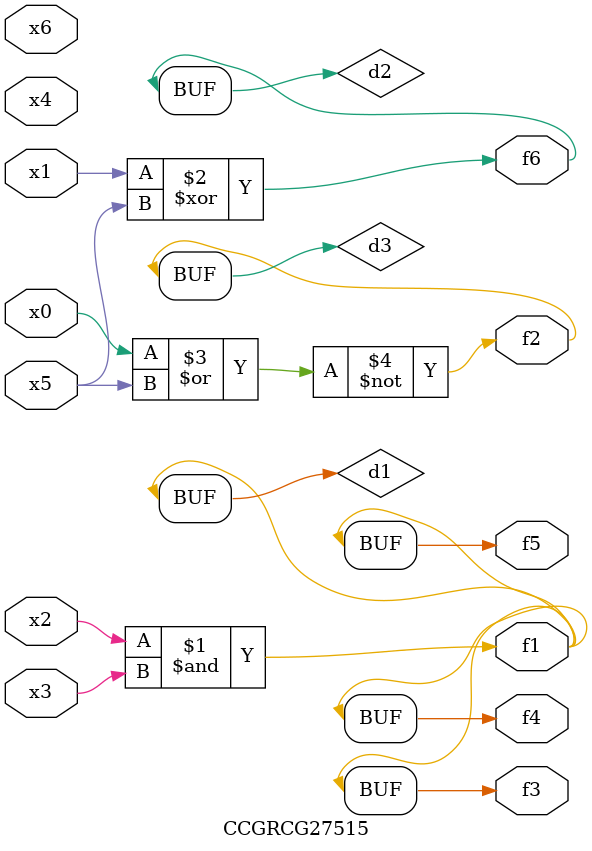
<source format=v>
module CCGRCG27515(
	input x0, x1, x2, x3, x4, x5, x6,
	output f1, f2, f3, f4, f5, f6
);

	wire d1, d2, d3;

	and (d1, x2, x3);
	xor (d2, x1, x5);
	nor (d3, x0, x5);
	assign f1 = d1;
	assign f2 = d3;
	assign f3 = d1;
	assign f4 = d1;
	assign f5 = d1;
	assign f6 = d2;
endmodule

</source>
